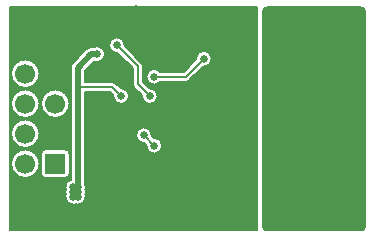
<source format=gbl>
G04 Layer: BottomLayer*
G04 EasyEDA Pro v1.9.26, 2022-12-23 16:44:12*
G04 Gerber Generator version 0.3*
G04 Scale: 100 percent, Rotated: No, Reflected: No*
G04 Dimensions in millimeters*
G04 Leading zeros omitted, absolute positions, 3 integers and 3 decimals*
%FSLAX33Y33*%
%MOMM*%
%AMRoundRect*1,1,$1,$2,$3*1,1,$1,$4,$5*1,1,$1,0-$2,0-$3*1,1,$1,0-$4,0-$5*20,1,$1,$2,$3,$4,$5,0*20,1,$1,$4,$5,0-$2,0-$3,0*20,1,$1,0-$2,0-$3,0-$4,0-$5,0*20,1,$1,0-$4,0-$5,$2,$3,0*4,1,4,$2,$3,$4,$5,0-$2,0-$3,0-$4,0-$5,$2,$3,0*%
%ADD999C,0.2032*%
%ADD10RoundRect,0.762X-4.0005X9.144X4.0005X9.144*%
%ADD11R,1.699997X1.699997*%
%ADD12C,1.699997*%
%ADD13C,0.635*%
%ADD14C,0.35052*%
%ADD15C,0.1524*%
%ADD16C,0.508*%
G75*


G04 Copper Start*
G36*
G01X1891Y-19469D02*
G01X1891Y-585D01*
G01X22758D01*
G01Y-19469D01*
G01X1891D01*
G37*
%LPC*%
G36*
G01X6563Y-16637D02*
G03X7239Y-17313I676J0D01*
G03X7430Y-17285I0J676D01*
G03X7620Y-17313I191J648D01*
G03X8296Y-16637I0J676D01*
G03X8265Y-16436I-676J0D01*
G03X8296Y-16235I-645J201D01*
G03X8265Y-16034I-676J0D01*
G03X8296Y-15833I-645J201D01*
G03X8232Y-15547I-676J0D01*
G01Y-7800D01*
G01X10361D01*
G01X10630Y-8069D01*
G03X10627Y-8128I673J-59D01*
G03X11303Y-8804I676J0D01*
G03X11979Y-8128I0J676D01*
G03X11303Y-7452I-676J0D01*
G03X11244Y-7455I0J-676D01*
G01X10848Y-7059D01*
G03X10541Y-6932I-307J-307D01*
G01X8232D01*
G01Y-5969D01*
G01X9007Y-5194D01*
G03X9271Y-5248I264J622D01*
G03X9947Y-4572I0J676D01*
G03X9271Y-3896I-676J0D01*
G03X8985Y-3960I0J-676D01*
G01X8763D01*
G03X8330Y-4139I0J-612D01*
G01X7187Y-5282D01*
G03X7008Y-5715I433J-433D01*
G01Y-7472D01*
G01Y-15198D01*
G03X6563Y-15833I231J-635D01*
G03X6594Y-16034I676J0D01*
G03X6563Y-16235I645J-201D01*
G03X6594Y-16436I676J0D01*
G03X6563Y-16637I645J-201D01*
G37*
G36*
G01X13040Y-8128D02*
G03X13716Y-8804I676J0D01*
G03X14392Y-8128I0J676D01*
G03X13716Y-7452I-676J0D01*
G03X13657Y-7455I0J-676D01*
G01X13134Y-6932D01*
G01Y-5588D01*
G03X13007Y-5281I-434J0D01*
G01X11595Y-3869D01*
G03X11598Y-3810I-673J59D01*
G03X10922Y-3134I-676J0D01*
G03X10246Y-3810I0J-676D01*
G03X10922Y-4486I676J0D01*
G03X10981Y-4483I0J676D01*
G01X12266Y-5768D01*
G01Y-7112D01*
G03X12393Y-7419I434J0D01*
G01X13043Y-8069D01*
G03X13040Y-8128I673J-59D01*
G37*
G36*
G01X13421Y-6477D02*
G03X14097Y-7153I676J0D01*
G03X14615Y-6911I0J676D01*
G01X16764D01*
G03X17071Y-6784I0J434D01*
G01X18229Y-5626D01*
G03X18288Y-5629I59J673D01*
G03X18964Y-4953I0J676D01*
G03X18288Y-4277I-676J0D01*
G03X17612Y-4953I0J-676D01*
G03X17615Y-5012I676J0D01*
G01X16584Y-6043D01*
G01X14615D01*
G03X14097Y-5801I-518J-434D01*
G03X13421Y-6477I0J-676D01*
G37*
G36*
G01X1967Y-11303D02*
G03X3175Y-12511I1208J0D01*
G03X4383Y-11303I0J1208D01*
G03X3175Y-10095I-1208J0D01*
G03X1967Y-11303I0J-1208D01*
G37*
G36*
G01X1967Y-8763D02*
G03X3175Y-9971I1208J0D01*
G03X4383Y-8763I0J1208D01*
G03X3175Y-7555I-1208J0D01*
G03X1967Y-8763I0J-1208D01*
G37*
G36*
G01X3175Y-15051D02*
G03X4383Y-13843I0J1208D01*
G03X3175Y-12635I-1208J0D01*
G03X1967Y-13843I0J-1208D01*
G03X3175Y-15051I1208J0D01*
G37*
G36*
G01X3175Y-7431D02*
G03X4383Y-6223I0J1208D01*
G03X3175Y-5015I-1208J0D01*
G03X1967Y-6223I0J-1208D01*
G03X3175Y-7431I1208J0D01*
G37*
G36*
G01X5715Y-9971D02*
G03X6923Y-8763I0J1208D01*
G03X5715Y-7555I-1208J0D01*
G03X4507Y-8763I0J-1208D01*
G03X5715Y-9971I1208J0D01*
G37*
G36*
G01X4507Y-14693D02*
G03X4865Y-15051I358J0D01*
G01X6565D01*
G03X6923Y-14693I0J358D01*
G01Y-12993D01*
G03X6565Y-12635I-358J0D01*
G01X4865D01*
G03X4507Y-12993I0J-358D01*
G01Y-14693D01*
G37*
G36*
G01X14097Y-12995D02*
G03X14773Y-12319I0J676D01*
G03X14097Y-11643I-676J0D01*
G03X14038Y-11646I0J-676D01*
G01X13881Y-11489D01*
G03X13884Y-11430I-673J59D01*
G03X13208Y-10754I-676J0D01*
G03X12532Y-11430I0J-676D01*
G03X13208Y-12106I676J0D01*
G03X13267Y-12103I0J676D01*
G01X13424Y-12260D01*
G03X13421Y-12319I673J-59D01*
G03X14097Y-12995I676J0D01*
G37*
%LPD*%
G54D999*
G01X1891Y-19469D02*
G01X1891Y-585D01*
G01X22758D01*
G01Y-19469D01*
G01X1891D01*
G01X6563Y-16637D02*
G03X7239Y-17313I676J0D01*
G03X7430Y-17285I0J676D01*
G03X7620Y-17313I191J648D01*
G03X8296Y-16637I0J676D01*
G03X8265Y-16436I-676J0D01*
G03X8296Y-16235I-645J201D01*
G03X8265Y-16034I-676J0D01*
G03X8296Y-15833I-645J201D01*
G03X8232Y-15547I-676J0D01*
G01Y-7800D01*
G01X10361D01*
G01X10630Y-8069D01*
G03X10627Y-8128I673J-59D01*
G03X11303Y-8804I676J0D01*
G03X11979Y-8128I0J676D01*
G03X11303Y-7452I-676J0D01*
G03X11244Y-7455I0J-676D01*
G01X10848Y-7059D01*
G03X10541Y-6932I-307J-307D01*
G01X8232D01*
G01Y-5969D01*
G01X9007Y-5194D01*
G03X9271Y-5248I264J622D01*
G03X9947Y-4572I0J676D01*
G03X9271Y-3896I-676J0D01*
G03X8985Y-3960I0J-676D01*
G01X8763D01*
G03X8330Y-4139I0J-612D01*
G01X7187Y-5282D01*
G03X7008Y-5715I433J-433D01*
G01Y-7472D01*
G01Y-15198D01*
G03X6563Y-15833I231J-635D01*
G03X6594Y-16034I676J0D01*
G03X6563Y-16235I645J-201D01*
G03X6594Y-16436I676J0D01*
G03X6563Y-16637I645J-201D01*
G01X13040Y-8128D02*
G03X13716Y-8804I676J0D01*
G03X14392Y-8128I0J676D01*
G03X13716Y-7452I-676J0D01*
G03X13657Y-7455I0J-676D01*
G01X13134Y-6932D01*
G01Y-5588D01*
G03X13007Y-5281I-434J0D01*
G01X11595Y-3869D01*
G03X11598Y-3810I-673J59D01*
G03X10922Y-3134I-676J0D01*
G03X10246Y-3810I0J-676D01*
G03X10922Y-4486I676J0D01*
G03X10981Y-4483I0J676D01*
G01X12266Y-5768D01*
G01Y-7112D01*
G03X12393Y-7419I434J0D01*
G01X13043Y-8069D01*
G03X13040Y-8128I673J-59D01*
G01X13421Y-6477D02*
G03X14097Y-7153I676J0D01*
G03X14615Y-6911I0J676D01*
G01X16764D01*
G03X17071Y-6784I0J434D01*
G01X18229Y-5626D01*
G03X18288Y-5629I59J673D01*
G03X18964Y-4953I0J676D01*
G03X18288Y-4277I-676J0D01*
G03X17612Y-4953I0J-676D01*
G03X17615Y-5012I676J0D01*
G01X16584Y-6043D01*
G01X14615D01*
G03X14097Y-5801I-518J-434D01*
G03X13421Y-6477I0J-676D01*
G01X1967Y-11303D02*
G03X3175Y-12511I1208J0D01*
G03X4383Y-11303I0J1208D01*
G03X3175Y-10095I-1208J0D01*
G03X1967Y-11303I0J-1208D01*
G01X1967Y-8763D02*
G03X3175Y-9971I1208J0D01*
G03X4383Y-8763I0J1208D01*
G03X3175Y-7555I-1208J0D01*
G03X1967Y-8763I0J-1208D01*
G01X3175Y-15051D02*
G03X4383Y-13843I0J1208D01*
G03X3175Y-12635I-1208J0D01*
G03X1967Y-13843I0J-1208D01*
G03X3175Y-15051I1208J0D01*
G01X3175Y-7431D02*
G03X4383Y-6223I0J1208D01*
G03X3175Y-5015I-1208J0D01*
G03X1967Y-6223I0J-1208D01*
G03X3175Y-7431I1208J0D01*
G01X5715Y-9971D02*
G03X6923Y-8763I0J1208D01*
G03X5715Y-7555I-1208J0D01*
G03X4507Y-8763I0J-1208D01*
G03X5715Y-9971I1208J0D01*
G01X4507Y-14693D02*
G03X4865Y-15051I358J0D01*
G01X6565D01*
G03X6923Y-14693I0J358D01*
G01Y-12993D01*
G03X6565Y-12635I-358J0D01*
G01X4865D01*
G03X4507Y-12993I0J-358D01*
G01Y-14693D01*
G01X14097Y-12995D02*
G03X14773Y-12319I0J676D01*
G03X14097Y-11643I-676J0D01*
G03X14038Y-11646I0J-676D01*
G01X13881Y-11489D01*
G03X13884Y-11430I-673J59D01*
G03X13208Y-10754I-676J0D01*
G03X12532Y-11430I0J-676D01*
G03X13208Y-12106I676J0D01*
G03X13267Y-12103I0J676D01*
G01X13424Y-12260D01*
G03X13421Y-12319I673J-59D01*
G03X14097Y-12995I676J0D01*
G04 Copper End*

G04 Pad Start*
G54D10*
G01X27623Y-10033D03*
G54D11*
G01X5715Y-13843D03*
G54D12*
G01X3175Y-13843D03*
G01X5715Y-11303D03*
G01X3175Y-11303D03*
G01X5715Y-8763D03*
G01X3175Y-8763D03*
G01X5715Y-6223D03*
G01X3175Y-6223D03*
G04 Pad End*

G04 Via Start*
G54D13*
G01X14097Y-6477D03*
G01X18288Y-4953D03*
G01X13716Y-8128D03*
G01X10922Y-3810D03*
G01X14097Y-12319D03*
G01X13208Y-11430D03*
G01X7239Y-16235D03*
G01X7239Y-16637D03*
G01X7239Y-15833D03*
G01X7620Y-15833D03*
G01X7620Y-16235D03*
G01X7620Y-16637D03*
G01X9271Y-4572D03*
G01X11303Y-8128D03*
G01X2667Y-889D03*
G01X4191Y-1016D03*
G01X9779Y-2159D03*
G01X10795Y-2540D03*
G01X12573Y-762D03*
G01X13589Y-889D03*
G01X18669Y-1778D03*
G01X20447Y-1778D03*
G01X22352Y-1651D03*
G01X21336Y-1016D03*
G01X19558Y-1016D03*
G01X22098Y-5588D03*
G01X22352Y-7366D03*
G01X19812Y-12446D03*
G01X19685Y-11049D03*
G01X21082Y-11684D03*
G01X22352Y-10922D03*
G01X22352Y-12573D03*
G01X19558Y-16256D03*
G01X21082Y-16002D03*
G01X22352Y-16891D03*
G01X21209Y-17399D03*
G01X21082Y-18796D03*
G01X22225Y-18161D03*
G01X16762Y-16885D03*
G01X16891Y-19177D03*
G01X18034Y-18161D03*
G01X4064Y-18923D03*
G01X2540Y-18923D03*
G01X3302Y-18415D03*
G01X4572Y-17499D03*
G01X4699Y-15875D03*
G01X6604Y-7493D03*
G01X9017Y-5715D03*
G01X10033Y-5461D03*
G01X11303Y-5461D03*
G01X13462Y-5842D03*
G01X2286Y-4699D03*
G01X3429Y-4699D03*
G01X4318Y-4699D03*
G01X7493Y-4699D03*
G01X9652Y-3810D03*
G01X11049Y-14097D03*
G01X12319Y-14097D03*
G01X14605Y-13970D03*
G01X7494Y-18920D03*
G01X9398Y-18923D03*
G01X11176Y-18923D03*
G01X12954Y-18923D03*
G01X14545Y-18275D03*
G01X7620Y-18288D03*
G01X9398Y-18288D03*
G01X15240Y-9906D03*
G01X16637Y-9271D03*
G01X16637Y-9906D03*
G01X15240Y-9398D03*
G01X11176Y-11049D03*
G01X10668Y-11557D03*
G01X9779Y-11811D03*
G01X9398Y-11049D03*
G01X9219Y-11637D03*
G01X17145Y-3302D03*
G01X17653Y-2667D03*
G01X17780Y-3429D03*
G01X15494Y-3683D03*
G01X15494Y-4826D03*
G01X15240Y-5715D03*
G01X16256Y-5588D03*
G01X16891Y-5461D03*
G01X19732Y-3736D03*
G01X21151Y-3743D03*
G01X19732Y-4707D03*
G01X21151Y-4307D03*
G54D14*
G01X24765Y-17907D03*
G01X26765Y-17907D03*
G01X28765Y-17907D03*
G01X30765Y-17907D03*
G01X24765Y-15907D03*
G01X26765Y-15907D03*
G01X28765Y-15907D03*
G01X30765Y-15907D03*
G01X24765Y-13907D03*
G01X26765Y-13907D03*
G01X28765Y-13907D03*
G01X30765Y-13907D03*
G01X24765Y-11907D03*
G01X26765Y-11907D03*
G01X28765Y-11907D03*
G01X30765Y-11907D03*
G01X24765Y-9907D03*
G01X26765Y-9907D03*
G01X28765Y-9907D03*
G01X30765Y-9907D03*
G01X24765Y-7907D03*
G01X26765Y-7907D03*
G01X28765Y-7907D03*
G01X30765Y-7907D03*
G01X24765Y-5907D03*
G01X26765Y-5907D03*
G01X28765Y-5907D03*
G01X30765Y-5907D03*
G01X24765Y-3907D03*
G01X26765Y-3907D03*
G01X28765Y-3907D03*
G01X30765Y-3907D03*
G01X24765Y-1907D03*
G01X26765Y-1907D03*
G01X28765Y-1907D03*
G01X30765Y-1907D03*
G04 Via End*

G04 Track Start*
G54D15*
G01X7620Y-15833D02*
G01X7620Y-16235D01*
G54D16*
G01X9271Y-4572D02*
G01X8763Y-4572D01*
G01X7620Y-5715D01*
G54D15*
G01X7726Y-7366D02*
G01X7620Y-7472D01*
G54D16*
G01X7620Y-5715D02*
G01X7620Y-7472D01*
G01Y-15833D01*
G54D15*
G01X14097Y-6477D02*
G01X16764Y-6477D01*
G01X18288Y-4953D01*
G01X11303Y-8128D02*
G01X10541Y-7366D01*
G01X7726D01*
G01X13208Y-11430D02*
G01X14097Y-12319D01*
G01X13716Y-8128D02*
G01X12700Y-7112D01*
G01Y-5588D01*
G01X10922Y-3810D01*
G04 Track End*

M02*

</source>
